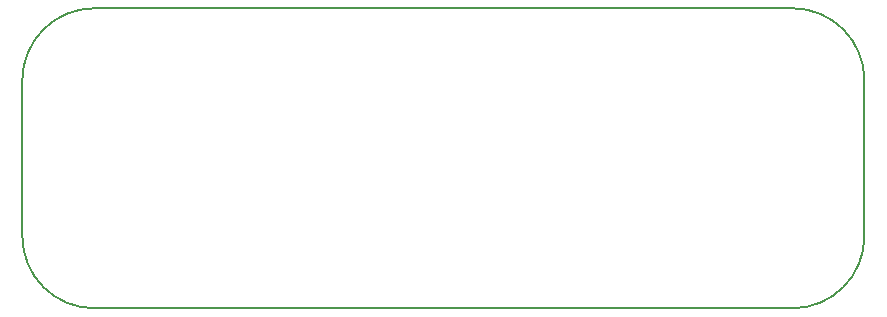
<source format=gbr>
%TF.GenerationSoftware,KiCad,Pcbnew,8.0.8*%
%TF.CreationDate,2025-03-23T20:37:34+01:00*%
%TF.ProjectId,USB-DALI,5553422d-4441-44c4-992e-6b696361645f,rev?*%
%TF.SameCoordinates,Original*%
%TF.FileFunction,Profile,NP*%
%FSLAX46Y46*%
G04 Gerber Fmt 4.6, Leading zero omitted, Abs format (unit mm)*
G04 Created by KiCad (PCBNEW 8.0.8) date 2025-03-23 20:37:34*
%MOMM*%
%LPD*%
G01*
G04 APERTURE LIST*
%TA.AperFunction,Profile*%
%ADD10C,0.200000*%
%TD*%
G04 APERTURE END LIST*
D10*
X185830000Y-88325000D02*
X126730000Y-88325000D01*
X191930000Y-107625000D02*
G75*
G02*
X185830000Y-113725000I-6100000J0D01*
G01*
X191930000Y-107625000D02*
X191930000Y-94425000D01*
X120630000Y-94425000D02*
X120630000Y-107625000D01*
X126730000Y-113725000D02*
X185830000Y-113725000D01*
X120630000Y-94425000D02*
G75*
G02*
X126730000Y-88325000I6100000J0D01*
G01*
X185830000Y-88325000D02*
G75*
G02*
X191930000Y-94425000I0J-6100000D01*
G01*
X126730000Y-113725000D02*
G75*
G02*
X120630000Y-107625000I0J6100000D01*
G01*
M02*

</source>
